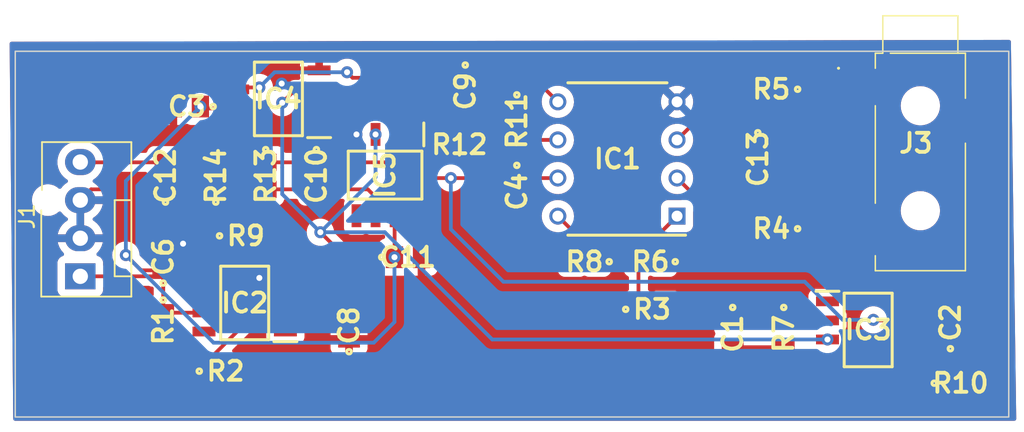
<source format=kicad_pcb>
(kicad_pcb (version 20211014) (generator pcbnew)
  (layers (0 "F.Cu" signal) (31 "B.Cu" signal) (34 "B.Paste" user) (35 "F.Paste" user) (36 "B.SilkS" user "B.Silkscreen") (37 "F.SilkS" user "F.Silkscreen") (38 "B.Mask" user) (39 "F.Mask" user) (44 "Edge.Cuts" user))
  (net 0 "")
  (net 1 "Net-(C1-Pad1)")
  (net 2 "Net-(C1-Pad2)")
  (net 3 "VCC")
  (net 4 "GND")
  (net 5 "VDC")
  (net 6 "Net-(C9-Pad1)")
  (net 7 "Net-(C9-Pad2)")
  (net 8 "Net-(C10-Pad1)")
  (net 9 "Net-(C10-Pad2)")
  (net 10 "/Vout")
  (net 11 "Net-(C13-Pad1)")
  (net 12 "Net-(C13-Pad2)")
  (net 13 "Net-(IC1-Pad1)")
  (net 14 "Net-(IC1-Pad6)")
  (net 15 "Net-(IC1-Pad8)")
  (net 17 "Net-(IC2-Pad3)")
  (net 19 "Net-(IC2-Pad6)")
  (net 30 "Net-(J3-Pad1)")
  (net 31 "Net-(J3-Pad2)")
  (net 32 "Net-(J3-Pad3)")
  (net 33 "Net-(R3-Pad1)")
  (footprint "SamacSys_Parts:STX35003NTR" (layer "F.Cu") (at 101.175 23.275)
    (fp_text reference "J3" (at -0.3 0) (layer "F.SilkS") (effects (font (size 1.27 1.27) (thickness 0.254))))
    (fp_text value "STX-3500-3NTR" hide)
    (fp_line (start -3 8.5) (end 3 8.5) (layer "F.SilkS") (width 0.1))
    (fp_line (start 2.5 -6) (end 3 -6) (layer "F.SilkS") (width 0.1))
    (fp_line (start 2.5 -8.5) (end 2.5 -6) (layer "F.SilkS") (width 0.1))
    (fp_line (start -2 -6) (end 2.5 -6) (layer "F.SilkS") (width 0.1))
    (fp_line (start -3 -5) (end -3 -6) (layer "F.SilkS") (width 0.1))
    (fp_line (start -3 -6) (end -2.5 -6) (layer "F.SilkS") (width 0.1))
    (fp_line (start -5.4 -5) (end -5.4 -5) (layer "F.SilkS") (width 0.1))
    (fp_line (start -3 7.5) (end -3 8.5) (layer "F.SilkS") (width 0.1))
    (fp_line (start -2.5 -6) (end -2.5 -8.5) (layer "F.SilkS") (width 0.1))
    (fp_line (start 3 -6) (end 3 -3) (layer "F.SilkS") (width 0.1))
    (fp_line (start -3 4) (end -3 -2.5) (layer "F.SilkS") (width 0.1))
    (fp_line (start 3 8.5) (end 3 0) (layer "F.SilkS") (width 0.1))
    (fp_line (start -2.5 -8.5) (end 2.5 -8.5) (layer "F.SilkS") (width 0.1))
    (fp_line (start -5.5 -5) (end -5.5 -5) (layer "F.SilkS") (width 0.1))
    (fp_arc (start -5.4 -5) (mid -5.45 -4.95) (end -5.5 -5) (layer "F.SilkS") (width 0.1))
    (fp_arc (start -5.5 -5) (mid -5.45 -5.05) (end -5.4 -5) (layer "F.SilkS") (width 0.1))
    (pad "" np_thru_hole circle locked (at 0 4.5) (size 1.6 1.6) (drill 1.6) (layers *.Cu *.Mask))
    (pad "" np_thru_hole circle locked (at 0 -2.5) (size 1.6 1.6) (drill 1.6) (layers *.Cu *.Mask))
    (pad "1" smd rect locked (at -3.662 -3.6 90) (size 1.8 2.475) (layers "F.Cu" "F.Paste" "F.Mask") (net 30 "Net-(J3-Pad1)"))
    (pad "2" smd rect locked (at -3.662 5.7 90) (size 2.3 2.475) (layers "F.Cu" "F.Paste" "F.Mask") (net 31 "Net-(J3-Pad2)"))
    (pad "3" smd rect locked (at 3.662 -1.7 90) (size 1.8 2.475) (layers "F.Cu" "F.Paste" "F.Mask") (net 32 "Net-(J3-Pad3)"))
  )
  (footprint "SamacSys_Parts:CAPC3216X94N" (layer "F.Cu") (at 70.475 23.368 180)
    (fp_text reference "R12" (at 0 0) (layer "F.SilkS") (effects (font (size 1.27 1.27) (thickness 0.254))))
    (fp_text value "5k" hide)
    (fp_line (start 0 -0.7) (end 0 0.7) (layer "F.SilkS") (width 0.2))
    (pad "1" smd rect locked (at -1.4 0 180) (size 1.02 1.82) (layers "F.Cu" "F.Paste" "F.Mask") (net 14 "Net-(IC1-Pad6)"))
    (pad "2" smd rect locked (at 1.4 0 180) (size 1.02 1.82) (layers "F.Cu" "F.Paste" "F.Mask") (net 8 "Net-(C10-Pad1)"))
  )
  (footprint "SamacSys_Parts:C0805" (layer "F.Cu") (at 88.675 35.975 -90)
    (fp_text reference "C1" (at 0 0 90) (layer "F.SilkS") (effects (font (size 1.27 1.27) (thickness 0.254))))
    (fp_text value "100n" hide)
    (fp_circle (center -1.75 0) (end -1.75 0.05) (layer "F.SilkS") (width 0.2) (fill none))
    (pad "1" smd rect locked (at -0.9 0 270) (size 1.15 1.45) (layers "F.Cu" "F.Paste" "F.Mask") (net 1 "Net-(C1-Pad1)"))
    (pad "2" smd rect locked (at 0.9 0 270) (size 1.15 1.45) (layers "F.Cu" "F.Paste" "F.Mask") (net 2 "Net-(C1-Pad2)"))
  )
  (footprint "Connector:FanPinHeader_1x04_P2.54mm_Vertical" (layer "F.Cu") (at 45.225 32.15 90)
    (fp_text reference "J1" (at 4 -3.55 90) (layer "F.SilkS"))
    (fp_text value "Conn_01x04_Male")
    (fp_line (start 8.95 3.4) (end -1.35 3.4) (layer "F.SilkS") (width 0.12))
    (fp_line (start 5.08 2.29) (end 5.08 3.3) (layer "F.SilkS") (width 0.12))
    (fp_line (start 0 2.29) (end 5.08 2.29) (layer "F.SilkS") (width 0.12))
    (fp_line (start 5.75 -2.55) (end 8.95 -2.55) (layer "F.SilkS") (width 0.12))
    (fp_line (start 0 3.3) (end 0 2.29) (layer "F.SilkS") (width 0.12))
    (fp_line (start 8.95 -2.55) (end 8.95 3.4) (layer "F.SilkS") (width 0.12))
    (fp_line (start -1.35 3.4) (end -1.35 -2.6) (layer "F.SilkS") (width 0.12))
    (fp_line (start -1.35 -2.6) (end 4.4 -2.6) (layer "F.SilkS") (width 0.12))
    (pad "" np_thru_hole circle (at 5.08 -2.16 180) (size 1.1 1.1) (drill 1.1) (layers *.Cu *.Mask))
    (pad "1" thru_hole rect (at 0 0 180) (size 2.03 1.73) (drill 1.02) (layers *.Cu *.Mask) (net 3 "VCC"))
    (pad "2" thru_hole oval (at 2.54 0 180) (size 2.03 1.73) (drill 1.02) (layers *.Cu *.Mask) (net 4 "GND"))
    (pad "3" thru_hole oval (at 5.08 0 180) (size 2.03 1.73) (drill 1.02) (layers *.Cu *.Mask) (net 4 "GND"))
    (pad "4" thru_hole oval (at 7.62 0 180) (size 2.03 1.73) (drill 1.02) (layers *.Cu *.Mask) (net 10 "/Vout"))
  )
  (footprint "SamacSys_Parts:C0603" (layer "F.Cu") (at 83.2 31.175 180)
    (fp_text reference "R6" (at 0 0) (layer "F.SilkS") (effects (font (size 1.27 1.27) (thickness 0.254))))
    (fp_text value "2.8k" hide)
    (fp_circle (center -1.65 0) (end -1.65 0.05) (layer "F.SilkS") (width 0.2) (fill none))
    (pad "1" smd rect locked (at -0.8 0 180) (size 0.95 1) (layers "F.Cu" "F.Paste" "F.Mask") (net 13 "Net-(IC1-Pad1)"))
    (pad "2" smd rect locked (at 0.8 0 180) (size 0.95 1) (layers "F.Cu" "F.Paste" "F.Mask") (net 33 "Net-(R3-Pad1)"))
  )
  (footprint "SamacSys_Parts:C0805" (layer "F.Cu") (at 52.324 20.828 180)
    (fp_text reference "C3" (at 0 0) (layer "F.SilkS") (effects (font (size 1.27 1.27) (thickness 0.254))))
    (fp_text value "100n" hide)
    (fp_circle (center -1.75 0) (end -1.75 0.05) (layer "F.SilkS") (width 0.2) (fill none))
    (pad "1" smd rect locked (at -0.9 0 180) (size 1.15 1.45) (layers "F.Cu" "F.Paste" "F.Mask") (net 3 "VCC"))
    (pad "2" smd rect locked (at 0.9 0 180) (size 1.15 1.45) (layers "F.Cu" "F.Paste" "F.Mask") (net 4 "GND"))
  )
  (footprint "SamacSys_Parts:C0805" (layer "F.Cu") (at 103.175 35.225 90)
    (fp_text reference "C2" (at 0 0 90) (layer "F.SilkS") (effects (font (size 1.27 1.27) (thickness 0.254))))
    (fp_text value "100n" hide)
    (fp_circle (center -1.75 0) (end -1.75 0.05) (layer "F.SilkS") (width 0.2) (fill none))
    (pad "1" smd rect locked (at -0.9 0 90) (size 1.15 1.45) (layers "F.Cu" "F.Paste" "F.Mask") (net 3 "VCC"))
    (pad "2" smd rect locked (at 0.9 0 90) (size 1.15 1.45) (layers "F.Cu" "F.Paste" "F.Mask") (net 4 "GND"))
  )
  (footprint "SamacSys_Parts:C0805" (layer "F.Cu") (at 70.866 19.812 -90)
    (fp_text reference "C9" (at 0 0 90) (layer "F.SilkS") (effects (font (size 1.27 1.27) (thickness 0.254))))
    (fp_text value "1.5u" hide)
    (fp_circle (center -1.75 0) (end -1.75 0.05) (layer "F.SilkS") (width 0.2) (fill none))
    (pad "1" smd rect locked (at -0.9 0 270) (size 1.15 1.45) (layers "F.Cu" "F.Paste" "F.Mask") (net 6 "Net-(C9-Pad1)"))
    (pad "2" smd rect locked (at 0.9 0 270) (size 1.15 1.45) (layers "F.Cu" "F.Paste" "F.Mask") (net 7 "Net-(C9-Pad2)"))
  )
  (footprint "SamacSys_Parts:C0805" (layer "F.Cu") (at 54.9 38.475)
    (fp_text reference "R2" (at 0 0) (layer "F.SilkS") (effects (font (size 1.27 1.27) (thickness 0.254))))
    (fp_text value "390k" hide)
    (fp_circle (center -1.75 0) (end -1.75 0.05) (layer "F.SilkS") (width 0.2) (fill none))
    (pad "1" smd rect locked (at -0.9 0) (size 1.15 1.45) (layers "F.Cu" "F.Paste" "F.Mask") (net 17 "Net-(IC2-Pad3)"))
    (pad "2" smd rect locked (at 0.9 0) (size 1.15 1.45) (layers "F.Cu" "F.Paste" "F.Mask") (net 4 "GND"))
  )
  (footprint "SamacSys_Parts:C0805" (layer "F.Cu") (at 74.3 26.5 -90)
    (fp_text reference "C4" (at 0 0 90) (layer "F.SilkS") (effects (font (size 1.27 1.27) (thickness 0.254))))
    (fp_text value "100n" hide)
    (fp_circle (center -1.75 0) (end -1.75 0.05) (layer "F.SilkS") (width 0.2) (fill none))
    (pad "1" smd rect locked (at -0.9 0 270) (size 1.15 1.45) (layers "F.Cu" "F.Paste" "F.Mask") (net 3 "VCC"))
    (pad "2" smd rect locked (at 0.9 0 270) (size 1.15 1.45) (layers "F.Cu" "F.Paste" "F.Mask") (net 4 "GND"))
  )
  (footprint "SamacSys_Parts:SOIC127P600X175-8N" (layer "F.Cu") (at 65.525 25.4 -90)
    (fp_text reference "IC5" (at 0 0 90) (layer "F.SilkS") (effects (font (size 1.27 1.27) (thickness 0.254))))
    (fp_text value "OPA335AID" hide)
    (fp_line (start -3.475 -2.58) (end -1.948 -2.58) (layer "F.SilkS") (width 0.2))
    (fp_line (start 1.598 -2.452) (end 1.598 2.452) (layer "F.SilkS") (width 0.2))
    (fp_line (start 1.598 2.452) (end -1.598 2.452) (layer "F.SilkS") (width 0.2))
    (fp_line (start -1.598 2.452) (end -1.598 -2.452) (layer "F.SilkS") (width 0.2))
    (fp_line (start -1.598 -2.452) (end 1.598 -2.452) (layer "F.SilkS") (width 0.2))
    (pad "1" smd rect locked (at -2.711 -1.905) (size 0.65 1.528) (layers "F.Cu" "F.Paste" "F.Mask"))
    (pad "2" smd rect locked (at -2.711 -0.635) (size 0.65 1.528) (layers "F.Cu" "F.Paste" "F.Mask") (net 8 "Net-(C10-Pad1)"))
    (pad "3" smd rect locked (at -2.711 0.635) (size 0.65 1.528) (layers "F.Cu" "F.Paste" "F.Mask") (net 5 "VDC"))
    (pad "4" smd rect locked (at -2.711 1.905) (size 0.65 1.528) (layers "F.Cu" "F.Paste" "F.Mask") (net 4 "GND"))
    (pad "5" smd rect locked (at 2.711 1.905) (size 0.65 1.528) (layers "F.Cu" "F.Paste" "F.Mask"))
    (pad "6" smd rect locked (at 2.711 0.635) (size 0.65 1.528) (layers "F.Cu" "F.Paste" "F.Mask") (net 9 "Net-(C10-Pad2)"))
    (pad "7" smd rect locked (at 2.711 -0.635) (size 0.65 1.528) (layers "F.Cu" "F.Paste" "F.Mask") (net 3 "VCC"))
    (pad "8" smd rect locked (at 2.711 -1.905) (size 0.65 1.528) (layers "F.Cu" "F.Paste" "F.Mask"))
  )
  (footprint "SamacSys_Parts:C0805" (layer "F.Cu") (at 91.25 28.975 180)
    (fp_text reference "R4" (at 0 0) (layer "F.SilkS") (effects (font (size 1.27 1.27) (thickness 0.254))))
    (fp_text value "390k" hide)
    (fp_circle (center -1.75 0) (end -1.75 0.05) (layer "F.SilkS") (width 0.2) (fill none))
    (pad "1" smd rect locked (at -0.9 0 180) (size 1.15 1.45) (layers "F.Cu" "F.Paste" "F.Mask") (net 31 "Net-(J3-Pad2)"))
    (pad "2" smd rect locked (at 0.9 0 180) (size 1.15 1.45) (layers "F.Cu" "F.Paste" "F.Mask") (net 12 "Net-(C13-Pad2)"))
  )
  (footprint "SamacSys_Parts:C0805" (layer "F.Cu") (at 90.35 24.325 -90)
    (fp_text reference "C13" (at 0 0 90) (layer "F.SilkS") (effects (font (size 1.27 1.27) (thickness 0.254))))
    (fp_text value "0.0015u" hide)
    (fp_circle (center -1.75 0) (end -1.75 0.05) (layer "F.SilkS") (width 0.2) (fill none))
    (pad "1" smd rect locked (at -0.9 0 270) (size 1.15 1.45) (layers "F.Cu" "F.Paste" "F.Mask") (net 11 "Net-(C13-Pad1)"))
    (pad "2" smd rect locked (at 0.9 0 270) (size 1.15 1.45) (layers "F.Cu" "F.Paste" "F.Mask") (net 12 "Net-(C13-Pad2)"))
  )
  (footprint "SamacSys_Parts:C0805" (layer "F.Cu") (at 83.3 34.35)
    (fp_text reference "R3" (at 0 0) (layer "F.SilkS") (effects (font (size 1.27 1.27) (thickness 0.254))))
    (fp_text value "20k" hide)
    (fp_circle (center -1.75 0) (end -1.75 0.05) (layer "F.SilkS") (width 0.2) (fill none))
    (pad "1" smd rect locked (at -0.9 0) (size 1.15 1.45) (layers "F.Cu" "F.Paste" "F.Mask") (net 33 "Net-(R3-Pad1)"))
    (pad "2" smd rect locked (at 0.9 0) (size 1.15 1.45) (layers "F.Cu" "F.Paste" "F.Mask") (net 1 "Net-(C1-Pad1)"))
  )
  (footprint "SamacSys_Parts:C0805" (layer "F.Cu") (at 67.05 30.875)
    (fp_text reference "C11" (at 0 0) (layer "F.SilkS") (effects (font (size 1.27 1.27) (thickness 0.254))))
    (fp_text value "100n" hide)
    (fp_circle (center -1.75 0) (end -1.75 0.05) (layer "F.SilkS") (width 0.2) (fill none))
    (pad "1" smd rect locked (at -0.9 0) (size 1.15 1.45) (layers "F.Cu" "F.Paste" "F.Mask") (net 3 "VCC"))
    (pad "2" smd rect locked (at 0.9 0) (size 1.15 1.45) (layers "F.Cu" "F.Paste" "F.Mask") (net 4 "GND"))
  )
  (footprint "SamacSys_Parts:C0805" (layer "F.Cu") (at 50.75 35.475 -90)
    (fp_text reference "R1" (at 0 0 90) (layer "F.SilkS") (effects (font (size 1.27 1.27) (thickness 0.254))))
    (fp_text value "390k" hide)
    (fp_circle (center -1.75 0) (end -1.75 0.05) (layer "F.SilkS") (width 0.2) (fill none))
    (pad "1" smd rect locked (at -0.9 0 270) (size 1.15 1.45) (layers "F.Cu" "F.Paste" "F.Mask") (net 3 "VCC"))
    (pad "2" smd rect locked (at 0.9 0 270) (size 1.15 1.45) (layers "F.Cu" "F.Paste" "F.Mask") (net 17 "Net-(IC2-Pad3)"))
  )
  (footprint "SamacSys_Parts:C0805" (layer "F.Cu") (at 57.575 25.45 -90)
    (fp_text reference "R13" (at 0 0 90) (layer "F.SilkS") (effects (font (size 1.27 1.27) (thickness 0.254))))
    (fp_text value "390k" hide)
    (fp_circle (center -1.75 0) (end -1.75 0.05) (layer "F.SilkS") (width 0.2) (fill none))
    (pad "1" smd rect locked (at -0.9 0 270) (size 1.15 1.45) (layers "F.Cu" "F.Paste" "F.Mask") (net 8 "Net-(C10-Pad1)"))
    (pad "2" smd rect locked (at 0.9 0 270) (size 1.15 1.45) (layers "F.Cu" "F.Paste" "F.Mask") (net 9 "Net-(C10-Pad2)"))
  )
  (footprint "SamacSys_Parts:C0805" (layer "F.Cu") (at 63.125 35.425 90)
    (fp_text reference "C8" (at 0 0 90) (layer "F.SilkS") (effects (font (size 1.27 1.27) (thickness 0.254))))
    (fp_text value "100n" hide)
    (fp_circle (center -1.75 0) (end -1.75 0.05) (layer "F.SilkS") (width 0.2) (fill none))
    (pad "1" smd rect locked (at -0.9 0 90) (size 1.15 1.45) (layers "F.Cu" "F.Paste" "F.Mask") (net 4 "GND"))
    (pad "2" smd rect locked (at 0.9 0 90) (size 1.15 1.45) (layers "F.Cu" "F.Paste" "F.Mask") (net 5 "VDC"))
  )
  (footprint "SamacSys_Parts:C0805" (layer "F.Cu") (at 92.075 35.975 -90)
    (fp_text reference "R7" (at 0 0 90) (layer "F.SilkS") (effects (font (size 1.27 1.27) (thickness 0.254))))
    (fp_text value "390k" hide)
    (fp_circle (center -1.75 0) (end -1.75 0.05) (layer "F.SilkS") (width 0.2) (fill none))
    (pad "1" smd rect locked (at -0.9 0 270) (size 1.15 1.45) (layers "F.Cu" "F.Paste" "F.Mask") (net 1 "Net-(C1-Pad1)"))
    (pad "2" smd rect locked (at 0.9 0 270) (size 1.15 1.45) (layers "F.Cu" "F.Paste" "F.Mask") (net 2 "Net-(C1-Pad2)"))
  )
  (footprint "SamacSys_Parts:C0805" (layer "F.Cu") (at 60.95 25.45 -90)
    (fp_text reference "C10" (at 0 0 90) (layer "F.SilkS") (effects (font (size 1.27 1.27) (thickness 0.254))))
    (fp_text value "0.0015u" hide)
    (fp_circle (center -1.75 0) (end -1.75 0.05) (layer "F.SilkS") (width 0.2) (fill none))
    (pad "1" smd rect locked (at -0.9 0 270) (size 1.15 1.45) (layers "F.Cu" "F.Paste" "F.Mask") (net 8 "Net-(C10-Pad1)"))
    (pad "2" smd rect locked (at 0.9 0 270) (size 1.15 1.45) (layers "F.Cu" "F.Paste" "F.Mask") (net 9 "Net-(C10-Pad2)"))
  )
  (footprint "SamacSys_Parts:DIP794W53P254L959H508Q8N" (layer "F.Cu") (at 81 24.325 180)
    (fp_text reference "IC1" (at 0 0) (layer "F.SilkS") (effects (font (size 1.27 1.27) (thickness 0.254))))
    (fp_text value "INA118P" hide)
    (fp_line (start -3.3 5.08) (end 3.3 5.08) (layer "F.SilkS") (width 0.2))
    (fp_line (start -4.535 -5.08) (end 3.3 -5.08) (layer "F.SilkS") (width 0.2))
    (pad "1" thru_hole rect locked (at -3.97 -3.81 180) (size 1.13 1.13) (drill 0.73) (layers *.Cu *.Mask) (net 13 "Net-(IC1-Pad1)"))
    (pad "2" thru_hole circle locked (at -3.97 -1.27 180) (size 1.13 1.13) (drill 0.73) (layers *.Cu *.Mask) (net 12 "Net-(C13-Pad2)"))
    (pad "3" thru_hole circle locked (at -3.97 1.27 180) (size 1.13 1.13) (drill 0.73) (layers *.Cu *.Mask) (net 11 "Net-(C13-Pad1)"))
    (pad "4" thru_hole circle locked (at -3.97 3.81 180) (size 1.13 1.13) (drill 0.73) (layers *.Cu *.Mask) (net 4 "GND"))
    (pad "5" thru_hole circle locked (at 3.97 3.81 180) (size 1.13 1.13) (drill 0.73) (layers *.Cu *.Mask) (net 6 "Net-(C9-Pad1)"))
    (pad "6" thru_hole circle locked (at 3.97 1.27 180) (size 1.13 1.13) (drill 0.73) (layers *.Cu *.Mask) (net 14 "Net-(IC1-Pad6)"))
    (pad "7" thru_hole circle locked (at 3.97 -1.27 180) (size 1.13 1.13) (drill 0.73) (layers *.Cu *.Mask) (net 3 "VCC"))
    (pad "8" thru_hole circle locked (at 3.97 -3.81 180) (size 1.13 1.13) (drill 0.73) (layers *.Cu *.Mask) (net 15 "Net-(IC1-Pad8)"))
  )
  (footprint "SamacSys_Parts:C0805" (layer "F.Cu") (at 50.9 25.45 90)
    (fp_text reference "C12" (at 0 0 90) (layer "F.SilkS") (effects (font (size 1.27 1.27) (thickness 0.254))))
    (fp_text value "0.1u" hide)
    (fp_circle (center -1.75 0) (end -1.75 0.05) (layer "F.SilkS") (width 0.2) (fill none))
    (pad "1" smd rect locked (at -0.9 0 90) (size 1.15 1.45) (layers "F.Cu" "F.Paste" "F.Mask") (net 4 "GND"))
    (pad "2" smd rect locked (at 0.9 0 90) (size 1.15 1.45) (layers "F.Cu" "F.Paste" "F.Mask") (net 10 "/Vout"))
  )
  (footprint "SamacSys_Parts:C0805" (layer "F.Cu") (at 91.25 19.675 180)
    (fp_text reference "R5" (at 0 0) (layer "F.SilkS") (effects (font (size 1.27 1.27) (thickness 0.254))))
    (fp_text value "390k" hide)
    (fp_circle (center -1.75 0) (end -1.75 0.05) (layer "F.SilkS") (width 0.2) (fill none))
    (pad "1" smd rect locked (at -0.9 0 180) (size 1.15 1.45) (layers "F.Cu" "F.Paste" "F.Mask") (net 30 "Net-(J3-Pad1)"))
    (pad "2" smd rect locked (at 0.9 0 180) (size 1.15 1.45) (layers "F.Cu" "F.Paste" "F.Mask") (net 11 "Net-(C13-Pad1)"))
  )
  (footprint "SamacSys_Parts:C0603" (layer "F.Cu") (at 78.8 31.175 180)
    (fp_text reference "R8" (at 0 0) (layer "F.SilkS") (effects (font (size 1.27 1.27) (thickness 0.254))))
    (fp_text value "2.8k" hide)
    (fp_circle (center -1.65 0) (end -1.65 0.05) (layer "F.SilkS") (width 0.2) (fill none))
    (pad "1" smd rect locked (at -0.8 0 180) (size 0.95 1) (layers "F.Cu" "F.Paste" "F.Mask") (net 33 "Net-(R3-Pad1)"))
    (pad "2" smd rect locked (at 0.8 0 180) (size 0.95 1) (layers "F.Cu" "F.Paste" "F.Mask") (net 15 "Net-(IC1-Pad8)"))
  )
  (footprint "SamacSys_Parts:SOIC127P600X175-8N" (layer "F.Cu") (at 58.42 20.32 180)
    (fp_text reference "IC4" (at 0 0) (layer "F.SilkS") (effects (font (size 1.27 1.27) (thickness 0.254))))
    (fp_text value "OPA335AID" hide)
    (fp_line (start -3.475 -2.58) (end -1.948 -2.58) (layer "F.SilkS") (width 0.2))
    (fp_line (start 1.598 -2.452) (end 1.598 2.452) (layer "F.SilkS") (width 0.2))
    (fp_line (start -1.598 -2.452) (end 1.598 -2.452) (layer "F.SilkS") (width 0.2))
    (fp_line (start -1.598 2.452) (end -1.598 -2.452) (layer "F.SilkS") (width 0.2))
    (fp_line (start 1.598 2.452) (end -1.598 2.452) (layer "F.SilkS") (width 0.2))
    (pad "1" smd rect locked (at -2.711 -1.905 270) (size 0.65 1.528) (layers "F.Cu" "F.Paste" "F.Mask"))
    (pad "2" smd rect locked (at -2.711 -0.635 270) (size 0.65 1.528) (layers "F.Cu" "F.Paste" "F.Mask") (net 7 "Net-(C9-Pad2)"))
    (pad "3" smd rect locked (at -2.711 0.635 270) (size 0.65 1.528) (layers "F.Cu" "F.Paste" "F.Mask") (net 5 "VDC"))
    (pad "4" smd rect locked (at -2.711 1.905 270) (size 0.65 1.528) (layers "F.Cu" "F.Paste" "F.Mask") (net 4 "GND"))
    (pad "5" smd rect locked (at 2.711 1.905 270) (size 0.65 1.528) (layers "F.Cu" "F.Paste" "F.Mask"))
    (pad "6" smd rect locked (at 2.711 0.635 270) (size 0.65 1.528) (layers "F.Cu" "F.Paste" "F.Mask") (net 6 "Net-(C9-Pad1)"))
    (pad "7" smd rect locked (at 2.711 -0.635 270) (size 0.65 1.528) (layers "F.Cu" "F.Paste" "F.Mask") (net 3 "VCC"))
    (pad "8" smd rect locked (at 2.711 -1.905 270) (size 0.65 1.528) (layers "F.Cu" "F.Paste" "F.Mask"))
  )
  (footprint "SamacSys_Parts:C0805" (layer "F.Cu") (at 56.25 29.45)
    (fp_text reference "R9" (at 0 0) (layer "F.SilkS") (effects (font (size 1.27 1.27) (thickness 0.254))))
    (fp_text value "100" hide)
    (fp_circle (center -1.75 0) (end -1.75 0.05) (layer "F.SilkS") (width 0.2) (fill none))
    (pad "1" smd rect locked (at -0.9 0) (size 1.15 1.45) (layers "F.Cu" "F.Paste" "F.Mask") (net 19 "Net-(IC2-Pad6)"))
    (pad "2" smd rect locked (at 0.9 0) (size 1.15 1.45) (layers "F.Cu" "F.Paste" "F.Mask") (net 5 "VDC"))
  )
  (footprint "SamacSys_Parts:C0805" (layer "F.Cu") (at 74.3 21.8 -90)
    (fp_text reference "R11" (at 0 0 90) (layer "F.SilkS") (effects (font (size 1.27 1.27) (thickness 0.254))))
    (fp_text value "10k" hide)
    (fp_circle (center -1.75 0) (end -1.75 0.05) (layer "F.SilkS") (width 0.2) (fill none))
    (pad "1" smd rect locked (at -0.9 0 270) (size 1.15 1.45) (layers "F.Cu" "F.Paste" "F.Mask") (net 7 "Net-(C9-Pad2)"))
    (pad "2" smd rect locked (at 0.9 0 270) (size 1.15 1.45) (layers "F.Cu" "F.Paste" "F.Mask") (net 14 "Net-(IC1-Pad6)"))
  )
  (footprint "SamacSys_Parts:SOIC127P600X175-8N" (layer "F.Cu") (at 97.7 35.725)
    (fp_text reference "IC3" (at 0 0) (layer "F.SilkS") (effects (font (size 1.27 1.27) (thickness 0.254))))
    (fp_text value "OPA335AID" hide)
    (fp_line (start 1.598 2.452) (end -1.598 2.452) (layer "F.SilkS") (width 0.2))
    (fp_line (start -3.475 -2.58) (end -1.948 -2.58) (layer "F.SilkS") (width 0.2))
    (fp_line (start 1.598 -2.452) (end 1.598 2.452) (layer "F.SilkS") (width 0.2))
    (fp_line (start -1.598 -2.452) (end 1.598 -2.452) (layer "F.SilkS") (width 0.2))
    (fp_line (start -1.598 2.452) (end -1.598 -2.452) (layer "F.SilkS") (width 0.2))
    (pad "1" smd rect locked (at -2.711 -1.905 90) (size 0.65 1.528) (layers "F.Cu" "F.Paste" "F.Mask"))
    (pad "2" smd rect locked (at -2.711 -0.635 90) (size 0.65 1.528) (layers "F.Cu" "F.Paste" "F.Mask") (net 1 "Net-(C1-Pad1)"))
    (pad "3" smd rect locked (at -2.711 0.635 90) (size 0.65 1.528) (layers "F.Cu" "F.Paste" "F.Mask") (net 5 "VDC"))
    (pad "4" smd rect locked (at -2.711 1.905 90) (size 0.65 1.528) (layers "F.Cu" "F.Paste" "F.Mask") (net 4 "GND"))
    (pad "5" smd rect locked (at 2.711 1.905 90) (size 0.65 1.528) (layers "F.Cu" "F.Paste" "F.Mask"))
    (pad "6" smd rect locked (at 2.711 0.635 90) (size 0.65 1.528) (layers "F.Cu" "F.Paste" "F.Mask") (net 2 "Net-(C1-Pad2)"))
    (pad "7" smd rect locked (at 2.711 -0.635 90) (size 0.65 1.528) (layers "F.Cu" "F.Paste" "F.Mask") (net 3 "VCC"))
    (pad "8" smd rect locked (at 2.711 -1.905 90) (size 0.65 1.528) (layers "F.Cu" "F.Paste" "F.Mask"))
  )
  (footprint "SamacSys_Parts:C0805" (layer "F.Cu") (at 103.85 39.275)
    (fp_text reference "R10" (at 0 0) (layer "F.SilkS") (effects (font (size 1.27 1.27) (thickness 0.254))))
    (fp_text value "200k" hide)
    (fp_circle (center -1.75 0) (end -1.75 0.05) (layer "F.SilkS") (width 0.2) (fill none))
    (pad "1" smd rect locked (at -0.9 0) (size 1.15 1.45) (layers "F.Cu" "F.Paste" "F.Mask") (net 2 "Net-(C1-Pad2)"))
    (pad "2" smd rect locked (at 0.9 0) (size 1.15 1.45) (layers "F.Cu" "F.Paste" "F.Mask") (net 32 "Net-(J3-Pad3)"))
  )
  (footprint "SamacSys_Parts:SOIC127P600X175-8N" (layer "F.Cu") (at 56.175 33.925 180)
    (fp_text reference "IC2" (at 0 0) (layer "F.SilkS") (effects (font (size 1.27 1.27) (thickness 0.254))))
    (fp_text value "OPA335AID" hide)
    (fp_line (start -1.598 -2.452) (end 1.598 -2.452) (layer "F.SilkS") (width 0.2))
    (fp_line (start 1.598 -2.452) (end 1.598 2.452) (layer "F.SilkS") (width 0.2))
    (fp_line (start -3.475 -2.58) (end -1.948 -2.58) (layer "F.SilkS") (width 0.2))
    (fp_line (start 1.598 2.452) (end -1.598 2.452) (layer "F.SilkS") (width 0.2))
    (fp_line (start -1.598 2.452) (end -1.598 -2.452) (layer "F.SilkS") (width 0.2))
    (pad "1" smd rect locked (at -2.711 -1.905 270) (size 0.65 1.528) (layers "F.Cu" "F.Paste" "F.Mask"))
    (pad "2" smd rect locked (at -2.711 -0.635 270) (size 0.65 1.528) (layers "F.Cu" "F.Paste" "F.Mask") (net 5 "VDC"))
    (pad "3" smd rect locked (at -2.711 0.635 270) (size 0.65 1.528) (layers "F.Cu" "F.Paste" "F.Mask") (net 17 "Net-(IC2-Pad3)"))
    (pad "4" smd rect locked (at -2.711 1.905 270) (size 0.65 1.528) (layers "F.Cu" "F.Paste" "F.Mask") (net 4 "GND"))
    (pad "5" smd rect locked (at 2.711 1.905 270) (size 0.65 1.528) (layers "F.Cu" "F.Paste" "F.Mask"))
    (pad "6" smd rect locked (at 2.711 0.635 270) (size 0.65 1.528) (layers "F.Cu" "F.Paste" "F.Mask") (net 19 "Net-(IC2-Pad6)"))
    (pad "7" smd rect locked (at 2.711 -0.635 270) (size 0.65 1.528) (layers "F.Cu" "F.Paste" "F.Mask") (net 3 "VCC"))
    (pad "8" smd rect locked (at 2.711 -1.905 270) (size 0.65 1.528) (layers "F.Cu" "F.Paste" "F.Mask"))
  )
  (footprint "SamacSys_Parts:C0805" (layer "F.Cu") (at 50.75 30.85 90)
    (fp_text reference "C6" (at 0 0 90) (layer "F.SilkS") (effects (font (size 1.27 1.27) (thickness 0.254))))
    (fp_text value "100n" hide)
    (fp_circle (center -1.75 0) (end -1.75 0.05) (layer "F.SilkS") (width 0.2) (fill none))
    (pad "1" smd rect locked (at -0.9 0 90) (size 1.15 1.45) (layers "F.Cu" "F.Paste" "F.Mask") (net 3 "VCC"))
    (pad "2" smd rect locked (at 0.9 0 90) (size 1.15 1.45) (layers "F.Cu" "F.Paste" "F.Mask") (net 4 "GND"))
  )
  (footprint "SamacSys_Parts:C0805" (layer "F.Cu") (at 54.25 25.45 90)
    (fp_text reference "R14" (at 0 0 90) (layer "F.SilkS") (effects (font (size 1.27 1.27) (thickness 0.254))))
    (fp_text value "100" hide)
    (fp_circle (center -1.75 0) (end -1.75 0.05) (layer "F.SilkS") (width 0.2) (fill none))
    (pad "1" smd rect locked (at -0.9 0 90) (size 1.15 1.45) (layers "F.Cu" "F.Paste" "F.Mask") (net 9 "Net-(C10-Pad2)"))
    (pad "2" smd rect locked (at 0.9 0 90) (size 1.15 1.45) (layers "F.Cu" "F.Paste" "F.Mask") (net 10 "/Vout"))
  )
  (gr_poly (pts (xy 107.061 17.145) (xy 107.061 41.529) (xy 40.894 41.529) (xy 40.894 17.145)) (layer "Edge.Cuts") (width 0.1) (fill none))
  (segment (start 92.075 35.075) (end 94.974 35.075) (width 0.25) (layer "F.Cu") (net 1))
  (segment (start 88.675 35.075) (end 92.075 35.075) (width 0.25) (layer "F.Cu") (net 1))
  (segment (start 87.95 34.35) (end 88.675 35.075) (width 0.25) (layer "F.Cu") (net 1))
  (segment (start 94.974 35.075) (end 94.989 35.09) (width 0.25) (layer "F.Cu") (net 1))
  (segment (start 84.2 34.35) (end 87.95 34.35) (width 0.25) (layer "F.Cu") (net 1))
  (segment (start 99.85 38.725) (end 97.075 38.725) (width 0.25) (layer "F.Cu") (net 2))
  (segment (start 93.925 38.725) (end 97.075 38.725) (width 0.25) (layer "F.Cu") (net 2))
  (segment (start 102.95 39.275) (end 100.4 39.275) (width 0.25) (layer "F.Cu") (net 2))
  (segment (start 100.4 39.275) (end 99.85 38.725) (width 0.25) (layer "F.Cu") (net 2))
  (segment (start 97.075 38.725) (end 99.44 36.36) (width 0.25) (layer "F.Cu") (net 2))
  (segment (start 88.675 36.875) (end 92.075 36.875) (width 0.25) (layer "F.Cu") (net 2))
  (segment (start 99.44 36.36) (end 100.411 36.36) (width 0.25) (layer "F.Cu") (net 2))
  (segment (start 92.075 36.875) (end 93.925 38.725) (width 0.25) (layer "F.Cu") (net 2))
  (segment (start 66.16 27.097) (end 66.16 28.111) (width 0.25) (layer "F.Cu") (net 3))
  (segment (start 66.16 30.865) (end 66.15 30.875) (width 0.25) (layer "F.Cu") (net 3))
  (segment (start 67.657 25.6) (end 66.16 27.097) (width 0.25) (layer "F.Cu") (net 3))
  (segment (start 77.025 25.6) (end 77.03 25.595) (width 0.25) (layer "F.Cu") (net 3))
  (segment (start 98.082 35.09) (end 98.044 35.052) (width 0.25) (layer "F.Cu") (net 3))
  (segment (start 50.75 34.575) (end 53.449 34.575) (width 0.25) (layer "F.Cu") (net 3))
  (segment (start 53.351 20.955) (end 53.224 20.828) (width 0.25) (layer "F.Cu") (net 3))
  (segment (start 53.449 34.575) (end 53.464 34.56) (width 0.25) (layer "F.Cu") (net 3))
  (segment (start 50.75 31.75) (end 50.75 34.575) (width 0.25) (layer "F.Cu") (net 3))
  (segment (start 45.225 32.15) (end 50.35 32.15) (width 0.25) (layer "F.Cu") (net 3))
  (segment (start 50.35 32.15) (end 50.75 31.75) (width 0.25) (layer "F.Cu") (net 3))
  (segment (start 102.4 36.125) (end 103.175 36.125) (width 0.25) (layer "F.Cu") (net 3))
  (segment (start 55.709 20.955) (end 53.351 20.955) (width 0.25) (layer "F.Cu") (net 3))
  (segment (start 74.3 25.6) (end 69.904 25.6) (width 0.25) (layer "F.Cu") (net 3))
  (segment (start 66.16 28.111) (end 66.16 30.865) (width 0.25) (layer "F.Cu") (net 3))
  (segment (start 101.365 35.09) (end 102.4 36.125) (width 0.25) (layer "F.Cu") (net 3))
  (segment (start 100.411 35.09) (end 98.082 35.09) (width 0.25) (layer "F.Cu") (net 3))
  (segment (start 74.3 25.6) (end 77.025 25.6) (width 0.25) (layer "F.Cu") (net 3))
  (segment (start 69.904 25.6) (end 67.657 25.6) (width 0.25) (layer "F.Cu") (net 3))
  (segment (start 50.75 31.75) (end 49.276 31.75) (width 0.25) (layer "F.Cu") (net 3))
  (segment (start 49.276 31.75) (end 48.26 30.734) (width 0.25) (layer "F.Cu") (net 3))
  (segment (start 100.411 35.09) (end 101.365 35.09) (width 0.25) (layer "F.Cu") (net 3))
  (via (at 69.904 25.6) (size 0.8) (drill 0.4) (layers "F.Cu" "B.Cu") (net 3))
  (via (at 53.224 20.828) (size 0.8) (drill 0.4) (layers "F.Cu" "B.Cu") (net 3))
  (via (at 98.044 35.052) (size 0.8) (drill 0.4) (layers "F.Cu" "B.Cu") (net 3))
  (via (at 48.26 30.734) (size 0.8) (drill 0.4) (layers "F.Cu" "B.Cu") (net 3))
  (via (at 66.15 30.875) (size 0.8) (drill 0.4) (layers "F.Cu" "B.Cu") (net 3))
  (segment (start 93.472 32.512) (end 73.406 32.512) (width 0.25) (layer "B.Cu") (net 3))
  (segment (start 48.26 30.734) (end 48.26 25.792) (width 0.25) (layer "B.Cu") (net 3))
  (segment (start 96.012 35.052) (end 93.472 32.512) (width 0.25) (layer "B.Cu") (net 3))
  (segment (start 64.77 36.576) (end 66.15 35.196) (width 0.25) (layer "B.Cu") (net 3))
  (segment (start 73.406 32.512) (end 69.904 29.01) (width 0.25) (layer "B.Cu") (net 3))
  (segment (start 48.26 25.792) (end 53.224 20.828) (width 0.25) (layer "B.Cu") (net 3))
  (segment (start 48.26 30.734) (end 54.102 36.576) (width 0.25) (layer "B.Cu") (net 3))
  (segment (start 98.044 35.052) (end 96.012 35.052) (width 0.25) (layer "B.Cu") (net 3))
  (segment (start 66.15 35.196) (end 66.15 30.875) (width 0.25) (layer "B.Cu") (net 3))
  (segment (start 69.904 29.01) (end 69.904 25.6) (width 0.25) (layer "B.Cu") (net 3))
  (segment (start 54.102 36.576) (end 64.77 36.576) (width 0.25) (layer "B.Cu") (net 3))
  (segment (start 58.648 32.258) (end 58.886 32.02) (width 0.25) (layer "F.Cu") (net 4))
  (segment (start 57.15 32.258) (end 58.648 32.258) (width 0.25) (layer "F.Cu") (net 4))
  (segment (start 45.945 26.35) (end 45.225 27.07) (width 0.25) (layer "F.Cu") (net 4))
  (segment (start 45.225 29.61) (end 45.225 27.07) (width 0.25) (layer "F.Cu") (net 4))
  (segment (start 59.519623 18.415) (end 58.638236 19.296387) (width 0.25) (layer "F.Cu") (net 4))
  (segment (start 50.9 29.8) (end 50.75 29.95) (width 0.25) (layer "F.Cu") (net 4))
  (segment (start 61.131 18.415) (end 59.519623 18.415) (width 0.25) (layer "F.Cu") (net 4))
  (segment (start 50.9 26.35) (end 45.945 26.35) (width 0.25) (layer "F.Cu") (net 4))
  (segment (start 52.048 29.95) (end 52.07 29.972) (width 0.25) (layer "F.Cu") (net 4))
  (segment (start 50.75 29.95) (end 52.048 29.95) (width 0.25) (layer "F.Cu") (net 4))
  (segment (start 50.9 26.35) (end 50.9 29.8) (width 0.25) (layer "F.Cu") (net 4))
  (via (at 63.62 22.689) (size 0.8) (drill 0.4) (layers "F.Cu" "B.Cu") (net 4))
  (via (at 52.07 29.972) (size 0.8) (drill 0.4) (layers "F.Cu" "B.Cu") (net 4))
  (via (at 58.638236 19.296387) (size 0.8) (drill 0.4) (layers "F.Cu" "B.Cu") (net 4))
  (via (at 57.15 32.258) (size 0.8) (drill 0.4) (layers "F.Cu" "B.Cu") (net 4))
  (segment (start 54.356 32.258) (end 57.15 32.258) (width 0.25) (layer "B.Cu") (net 4))
  (segment (start 58.638236 19.296387) (end 60.227387 19.296387) (width 0.25) (layer "B.Cu") (net 4))
  (segment (start 52.07 29.972) (end 54.356 32.258) (width 0.25) (layer "B.Cu") (net 4))
  (segment (start 60.227387 19.296387) (end 63.62 22.689) (width 0.25) (layer "B.Cu") (net 4))
  (segment (start 61.225 32.25) (end 58.425 29.45) (width 0.25) (layer "F.Cu") (net 5))
  (segment (start 59.563 19.685) (end 61.131 19.685) (width 0.25) (layer "F.Cu") (net 5))
  (segment (start 60.165 34.56) (end 61.225 33.5) (width 0.25) (layer "F.Cu") (net 5))
  (segment (start 63.125 34.525) (end 63.125 31.121) (width 0.25) (layer "F.Cu") (net 5))
  (segment (start 58.674 20.574) (end 59.563 19.685) (width 0.25) (layer "F.Cu") (net 5))
  (segment (start 63.09 34.56) (end 63.125 34.525) (width 0.25) (layer "F.Cu") (net 5))
  (segment (start 61.225 33.5) (end 61.225 32.25) (width 0.25) (layer "F.Cu") (net 5))
  (segment (start 63.125 31.121) (end 61.214 29.21) (width 0.25) (layer "F.Cu") (net 5))
  (segment (start 58.425 29.45) (end 57.15 29.45) (width 0.25) (layer "F.Cu") (net 5))
  (segment (start 58.886 34.56) (end 63.09 34.56) (width 0.25) (layer "F.Cu") (net 5))
  (via (at 61.214 29.21) (size 0.8) (drill 0.4) (layers "F.Cu" "B.Cu") (net 5))
  (via (at 58.674 20.574) (size 0.8) (drill 0.4) (layers "F.Cu" "B.Cu") (net 5))
  (via (at 64.89 22.689) (size 0.8) (drill 0.4) (layers "F.Cu" "B.Cu") (net 5))
  (via (at 94.989 36.36) (size 0.8) (drill 0.4) (layers "F.Cu" "B.Cu") (net 5))
  (segment (start 64.89 25.534) (end 64.89 22.689) (width 0.25) (layer "B.Cu") (net 5))
  (segment (start 61.214 29.21) (end 58.674 26.67) (width 0.25) (layer "B.Cu") (net 5))
  (segment (start 61.214 29.21) (end 64.89 25.534) (width 0.25) (layer "B.Cu") (net 5))
  (segment (start 58.674 24.892) (end 58.674 20.574) (width 0.25) (layer "B.Cu") (net 5))
  (segment (start 61.214 29.21) (end 65.510305 29.21) (width 0.25) (layer "B.Cu") (net 5))
  (segment (start 72.660305 36.36) (end 94.989 36.36) (width 0.25) (layer "B.Cu") (net 5))
  (segment (start 65.510305 29.21) (end 72.660305 36.36) (width 0.25) (layer "B.Cu") (net 5))
  (segment (start 58.674 26.67) (end 58.674 24.892) (width 0.25) (layer "B.Cu") (net 5))
  (segment (start 57.15 19.558) (end 55.836 19.558) (width 0.25) (layer "F.Cu") (net 6))
  (segment (start 63.362 18.912) (end 62.992 18.542) (width 0.25) (layer "F.Cu") (net 6))
  (segment (start 75.427 18.912) (end 77.03 20.515) (width 0.25) (layer "F.Cu") (net 6))
  (segment (start 55.836 19.558) (end 55.709 19.685) (width 0.25) (layer "F.Cu") (net 6))
  (segment (start 70.866 18.912) (end 63.362 18.912) (width 0.25) (layer "F.Cu") (net 6))
  (segment (start 70.866 18.912) (end 75.427 18.912) (width 0.25) (layer "F.Cu") (net 6))
  (via (at 62.992 18.542) (size 0.8) (drill 0.4) (layers "F.Cu" "B.Cu") (net 6))
  (via (at 57.15 19.558) (size 0.8) (drill 0.4) (layers "F.Cu" "B.Cu") (net 6))
  (segment (start 62.992 18.542) (end 58.166 18.542) (width 0.25) (layer "B.Cu") (net 6))
  (segment (start 58.166 18.542) (end 57.15 19.558) (width 0.25) (layer "B.Cu") (net 6))
  (segment (start 70.866 20.712) (end 74.112 20.712) (width 0.25) (layer "F.Cu") (net 7))
  (segment (start 61.374 20.712) (end 61.131 20.955) (width 0.25) (layer "F.Cu") (net 7))
  (segment (start 70.866 20.712) (end 61.374 20.712) (width 0.25) (layer "F.Cu") (net 7))
  (segment (start 74.112 20.712) (end 74.3 20.9) (width 0.25) (layer "F.Cu") (net 7))
  (segment (start 66.16 22.689) (end 66.16 24.535) (width 0.25) (layer "F.Cu") (net 8))
  (segment (start 68.834 23.368) (end 67.564 24.638) (width 0.25) (layer "F.Cu") (net 8))
  (segment (start 60.95 24.55) (end 66.175 24.55) (width 0.25) (layer "F.Cu") (net 8))
  (segment (start 66.263 24.638) (end 66.175 24.55) (width 0.25) (layer "F.Cu") (net 8))
  (segment (start 69.075 23.368) (end 68.834 23.368) (width 0.25) (layer "F.Cu") (net 8))
  (segment (start 66.16 24.535) (end 66.175 24.55) (width 0.25) (layer "F.Cu") (net 8))
  (segment (start 67.564 24.638) (end 66.263 24.638) (width 0.25) (layer "F.Cu") (net 8))
  (segment (start 57.575 24.55) (end 60.95 24.55) (width 0.25) (layer "F.Cu") (net 8))
  (segment (start 64.375 26.35) (end 64.89 26.865) (width 0.25) (layer "F.Cu") (net 9))
  (segment (start 57.575 26.35) (end 60.95 26.35) (width 0.25) (layer "F.Cu") (net 9))
  (segment (start 60.95 26.35) (end 64.375 26.35) (width 0.25) (layer "F.Cu") (net 9))
  (segment (start 57.575 26.35) (end 54.25 26.35) (width 0.25) (layer "F.Cu") (net 9))
  (segment (start 64.89 26.865) (end 64.89 28.111) (width 0.25) (layer "F.Cu") (net 9))
  (segment (start 50.9 24.55) (end 54.25 24.55) (width 0.25) (layer "F.Cu") (net 10))
  (segment (start 50.9 24.55) (end 45.245 24.55) (width 0.25) (layer "F.Cu") (net 10))
  (segment (start 45.245 24.55) (end 45.225 24.53) (width 0.25) (layer "F.Cu") (net 10))
  (segment (start 90.35 19.675) (end 90.35 23.425) (width 0.25) (layer "F.Cu") (net 11))
  (segment (start 88.35 19.675) (end 84.97 23.055) (width 0.25) (layer "F.Cu") (net 11))
  (segment (start 90.35 19.675) (end 88.35 19.675) (width 0.25) (layer "F.Cu") (net 11))
  (segment (start 88.35 28.975) (end 84.97 25.595) (width 0.25) (layer "F.Cu") (net 12))
  (segment (start 90.35 25.225) (end 90.35 28.975) (width 0.25) (layer "F.Cu") (net 12))
  (segment (start 90.35 28.975) (end 88.35 28.975) (width 0.25) (layer "F.Cu") (net 12))
  (segment (start 84 31.175) (end 84 29.105) (width 0.25) (layer "F.Cu") (net 13))
  (segment (start 84 29.105) (end 84.97 28.135) (width 0.25) (layer "F.Cu") (net 13))
  (segment (start 71.875 23.368) (end 73.632 23.368) (width 0.25) (layer "F.Cu") (net 14))
  (segment (start 74.655 23.055) (end 74.3 22.7) (width 0.25) (layer "F.Cu") (net 14))
  (segment (start 77.03 23.055) (end 74.655 23.055) (width 0.25) (layer "F.Cu") (net 14))
  (segment (start 73.632 23.368) (end 74.3 22.7) (width 0.25) (layer "F.Cu") (net 14))
  (segment (start 78 29.105) (end 77.03 28.135) (width 0.25) (layer "F.Cu") (net 15))
  (segment (start 78 31.175) (end 78 29.105) (width 0.25) (layer "F.Cu") (net 15))
  (segment (start 54 38.475) (end 54 37.5) (width 0.25) (layer "F.Cu") (net 17))
  (segment (start 50.75 36.375) (end 51.9 36.375) (width 0.25) (layer "F.Cu") (net 17))
  (segment (start 51.9 36.375) (end 54 38.475) (width 0.25) (layer "F.Cu") (net 17))
  (segment (start 54 37.5) (end 58.21 33.29) (width 0.25) (layer "F.Cu") (net 17))
  (segment (start 58.21 33.29) (end 58.886 33.29) (width 0.25) (layer "F.Cu") (net 17))
  (segment (start 55.375 32.425) (end 55.35 32.4) (width 0.25) (layer "F.Cu") (net 19))
  (segment (start 53.464 33.29) (end 54.51 33.29) (width 0.25) (layer "F.Cu") (net 19))
  (segment (start 54.51 33.29) (end 55.375 32.425) (width 0.25) (layer "F.Cu") (net 19))
  (segment (start 55.35 32.4) (end 55.35 29.45) (width 0.25) (layer "F.Cu") (net 19))
  (segment (start 97.513 19.675) (end 92.15 19.675) (width 0.25) (layer "F.Cu") (net 30))
  (segment (start 97.513 28.975) (end 92.15 28.975) (width 0.25) (layer "F.Cu") (net 31))
  (segment (start 106 32.625) (end 106 38.55) (width 0.25) (layer "F.Cu") (net 32))
  (segment (start 106 38.55) (end 105.275 39.275) (width 0.25) (layer "F.Cu") (net 32))
  (segment (start 105.275 39.275) (end 104.75 39.275) (width 0.25) (layer "F.Cu") (net 32))
  (segment (start 104.837 21.575) (end 104.837 31.462) (width 0.25) (layer "F.Cu") (net 32))
  (segment (start 104.837 31.462) (end 106 32.625) (width 0.25) (layer "F.Cu") (net 32))
  (segment (start 82.4 31.175) (end 82.4 34.35) (width 0.25) (layer "F.Cu") (net 33))
  (segment (start 79.6 31.175) (end 82.4 31.175) (width 0.25) (layer "F.Cu") (net 33))
  (zone (net 4) (net_name "GND") (layers F&B.Cu) (connect_pads (clearance 0.508)) (min_thickness 0.254) (fill yes (thermal_gap 0.508) (thermal_bridge_width 0.508))
    (polygon (pts (xy 108.077 42.418) (xy 40.259 42.545) (xy 39.878 15.748) (xy 107.442 15.748)))
  )
)
</source>
